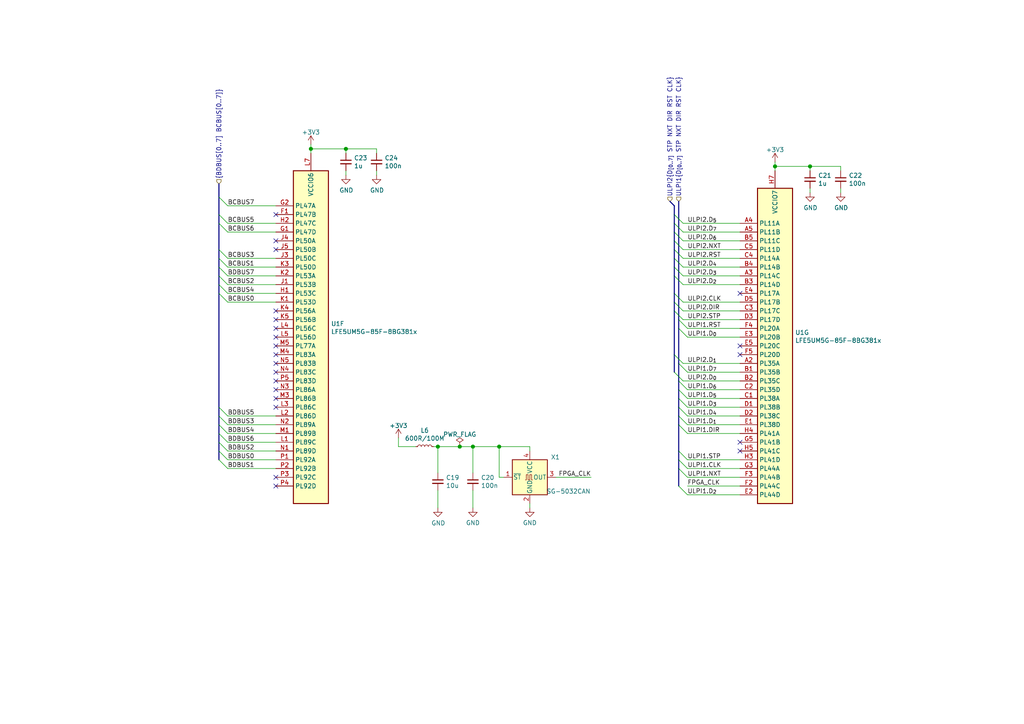
<source format=kicad_sch>
(kicad_sch (version 20211123) (generator eeschema)
  (paper "A4")
  (lib_symbols
    (symbol "Mainboard-rescue:C_Small-Device" (pin_numbers hide) (pin_names (offset 0.254) hide)
      (property "Reference" "C" (at 0.254 1.778 0))
      (property "Value" "C_Small-Device" (at 0.254 -2.032 0))
      (symbol "C_Small-Device_0_1"
        (polyline (pts (xy -1.524 -0.508) (xy 1.524 -0.508)) (stroke (width 0.3302)))
        (polyline (pts (xy -1.524 0.508) (xy 1.524 0.508)) (stroke (width 0.3048)))
      )
      (symbol "C_Small-Device_1_1"
        (pin passive line (at 0 2.54 270) (length 2.032) (name "~") (number "1"))
        (pin passive line (at 0 -2.54 90) (length 2.032) (name "~") (number "2"))
      )
    )
    (symbol "Mainboard-rescue:GND-power" (power) (pin_names (offset 0))
      (property "Value" "GND-power" (at 0 -3.81 0))
      (symbol "GND-power_0_1"
        (polyline (pts (xy 0 0) (xy 0 -1.27) (xy 1.27 -1.27) (xy 0 -2.54) (xy -1.27 -1.27) (xy 0 -1.27)))
      )
      (symbol "GND-power_1_1"
        (pin power_in line (at 0 0 270) (length 0) hide (name "GND") (number "1"))
      )
    )
    (symbol "Mainboard-rescue:LFE5UM5G-85F-8BG381x-FPGA_Lattice"
      (property "Reference" "U" (at 24.13 16.51 0))
      (property "Value" "LFE5UM5G-85F-8BG381x-FPGA_Lattice" (at 24.13 13.97 0))
      (symbol "LFE5UM5G-85F-8BG381x-FPGA_Lattice_1_1"
        (rectangle (start -25.4 10.16) (end 25.4 -10.16) (stroke (width 0.3048)) (fill (type background)))
        (pin passive line (at 0 -15.24 90) (length 5.08) hide (name "GND") (number "B14"))
        (pin passive line (at 0 -15.24 90) (length 5.08) hide (name "GND") (number "B7"))
        (pin power_in line (at 0 -15.24 90) (length 5.08) (name "GND") (number "C19"))
        (pin passive line (at 0 -15.24 90) (length 5.08) hide (name "GND") (number "D4"))
        (pin passive line (at 0 -15.24 90) (length 5.08) hide (name "GND") (number "F13"))
        (pin passive line (at 0 -15.24 90) (length 5.08) hide (name "GND") (number "F14"))
        (pin passive line (at 12.7 15.24 270) (length 5.08) hide (name "VCCAUX") (number "F15"))
        (pin passive line (at 12.7 15.24 270) (length 5.08) hide (name "VCCAUX") (number "F6"))
        (pin passive line (at 0 -15.24 90) (length 5.08) hide (name "GND") (number "F7"))
        (pin passive line (at 0 -15.24 90) (length 5.08) hide (name "GND") (number "F8"))
        (pin passive line (at 0 -15.24 90) (length 5.08) hide (name "GND") (number "G10"))
        (pin passive line (at 0 -15.24 90) (length 5.08) hide (name "GND") (number "G11"))
        (pin passive line (at 0 -15.24 90) (length 5.08) hide (name "GND") (number "G12"))
        (pin passive line (at 0 -15.24 90) (length 5.08) hide (name "GND") (number "G13"))
        (pin passive line (at 0 -15.24 90) (length 5.08) hide (name "GND") (number "G14"))
        (pin passive line (at 0 -15.24 90) (length 5.08) hide (name "GND") (number "G15"))
        (pin passive line (at 0 -15.24 90) (length 5.08) hide (name "GND") (number "G17"))
        (pin passive line (at 0 -15.24 90) (length 5.08) hide (name "GND") (number "G4"))
        (pin passive line (at 0 -15.24 90) (length 5.08) hide (name "GND") (number "G6"))
        (pin passive line (at 0 -15.24 90) (length 5.08) hide (name "GND") (number "G7"))
        (pin passive line (at 0 -15.24 90) (length 5.08) hide (name "GND") (number "G8"))
        (pin passive line (at 0 -15.24 90) (length 5.08) hide (name "GND") (number "G9"))
        (pin passive line (at 0 15.24 270) (length 5.08) hide (name "VCC") (number "H10"))
        (pin passive line (at 0 15.24 270) (length 5.08) hide (name "VCC") (number "H11"))
        (pin passive line (at 0 15.24 270) (length 5.08) hide (name "VCC") (number "H12"))
        (pin power_in line (at 0 15.24 270) (length 5.08) (name "VCC") (number "H13"))
        (pin passive line (at 0 -15.24 90) (length 5.08) hide (name "GND") (number "H19"))
        (pin passive line (at 0 15.24 270) (length 5.08) hide (name "VCC") (number "H8"))
        (pin passive line (at 0 15.24 270) (length 5.08) hide (name "VCC") (number "H9"))
        (pin passive line (at 0 -15.24 90) (length 5.08) hide (name "GND") (number "J10"))
        (pin passive line (at 0 -15.24 90) (length 5.08) hide (name "GND") (number "J11"))
        (pin passive line (at 0 -15.24 90) (length 5.08) hide (name "GND") (number "J12"))
        (pin passive line (at 0 15.24 270) (length 5.08) hide (name "VCC") (number "J13"))
        (pin passive line (at 0 -15.24 90) (length 5.08) hide (name "GND") (number "J14"))
        (pin passive line (at 0 -15.24 90) (length 5.08) hide (name "GND") (number "J2"))
        (pin passive line (at 0 -15.24 90) (length 5.08) hide (name "GND") (number "J7"))
        (pin passive line (at 0 15.24 270) (length 5.08) hide (name "VCC") (number "J8"))
        (pin passive line (at 0 -15.24 90) (length 5.08) hide (name "GND") (number "J9"))
        (pin passive line (at 0 -15.24 90) (length 5.08) hide (name "GND") (number "K10"))
        (pin passive line (at 0 -15.24 90) (length 5.08) hide (name "GND") (number "K11"))
        (pin passive line (at 0 -15.24 90) (length 5.08) hide (name "GND") (number "K12"))
        (pin passive line (at 0 15.24 270) (length 5.08) hide (name "VCC") (number "K13"))
        (pin passive line (at 0 -15.24 90) (length 5.08) hide (name "GND") (number "K14"))
        (pin passive line (at 0 -15.24 90) (length 5.08) hide (name "GND") (number "K15"))
        (pin passive line (at 0 -15.24 90) (length 5.08) hide (name "GND") (number "K6"))
        (pin passive line (at 0 -15.24 90) (length 5.08) hide (name "GND") (number "K7"))
        (pin passive line (at 0 15.24 270) (length 5.08) hide (name "VCC") (number "K8"))
        (pin passive line (at 0 -15.24 90) (length 5.08) hide (name "GND") (number "K9"))
        (pin passive line (at 0 -15.24 90) (length 5.08) hide (name "GND") (number "L10"))
        (pin passive line (at 0 -15.24 90) (length 5.08) hide (name "GND") (number "L11"))
        (pin passive line (at 0 -15.24 90) (length 5.08) hide (name "GND") (number "L12"))
        (pin passive line (at 0 15.24 270) (length 5.08) hide (name "VCC") (number "L13"))
        (pin passive line (at 0 15.24 270) (length 5.08) hide (name "VCC") (number "L8"))
        (pin passive line (at 0 -15.24 90) (length 5.08) hide (name "GND") (number "L9"))
        (pin passive line (at 0 -15.24 90) (length 5.08) hide (name "GND") (number "M10"))
        (pin passive line (at 0 -15.24 90) (length 5.08) hide (name "GND") (number "M11"))
        (pin passive line (at 0 -15.24 90) (length 5.08) hide (name "GND") (number "M12"))
        (pin passive line (at 0 15.24 270) (length 5.08) hide (name "VCC") (number "M13"))
        (pin passive line (at 0 -15.24 90) (length 5.08) hide (name "GND") (number "M14"))
        (pin passive line (at 0 -15.24 90) (length 5.08) hide (name "GND") (number "M16"))
        (pin passive line (at 0 -15.24 90) (length 5.08) hide (name "GND") (number "M2"))
        (pin passive line (at 0 -15.24 90) (length 5.08) hide (name "GND") (number "M7"))
        (pin passive line (at 0 15.24 270) (length 5.08) hide (name "VCC") (number "M8"))
        (pin passive line (at 0 -15.24 90) (length 5.08) hide (name "GND") (number "M9"))
        (pin passive line (at 0 15.24 270) (length 5.08) hide (name "VCC") (number "N10"))
        (pin passive line (at 0 15.24 270) (length 5.08) hide (name "VCC") (number "N11"))
        (pin passive line (at 0 15.24 270) (length 5.08) hide (name "VCC") (number "N12"))
        (pin passive line (at 0 15.24 270) (length 5.08) hide (name "VCC") (number "N13"))
        (pin passive line (at 0 -15.24 90) (length 5.08) hide (name "GND") (number "N14"))
        (pin passive line (at 0 -15.24 90) (length 5.08) hide (name "GND") (number "N15"))
        (pin passive line (at 0 -15.24 90) (length 5.08) hide (name "GND") (number "N6"))
        (pin passive line (at 0 -15.24 90) (length 5.08) hide (name "GND") (number "N7"))
        (pin passive line (at 0 15.24 270) (length 5.08) hide (name "VCC") (number "N8"))
        (pin passive line (at 0 15.24 270) (length 5.08) hide (name "VCC") (number "N9"))
        (pin passive line (at 0 -15.24 90) (length 5.08) hide (name "GND") (number "P11"))
        (pin passive line (at 0 -15.24 90) (length 5.08) hide (name "GND") (number "P12"))
        (pin passive line (at 0 -15.24 90) (length 5.08) hide (name "GND") (number "P13"))
        (pin passive line (at 0 -15.24 90) (length 5.08) hide (name "GND") (number "P14"))
        (pin power_in line (at 12.7 15.24 270) (length 5.08) (name "VCCAUX") (number "P15"))
        (pin passive line (at 12.7 15.24 270) (length 5.08) hide (name "VCCAUX") (number "P6"))
        (pin passive line (at 0 -15.24 90) (length 5.08) hide (name "GND") (number "P7"))
        (pin passive line (at 0 -15.24 90) (length 5.08) hide (name "GND") (number "P8"))
        (pin passive line (at 0 -15.24 90) (length 5.08) hide (name "GND") (number "R19"))
        (pin power_in line (at -15.24 15.24 270) (length 5.08) (name "VCCHTX1_D0CH1") (number "T10"))
        (pin power_in line (at -12.7 15.24 270) (length 5.08) (name "VCCHTX0_D1CH0") (number "T11"))
        (pin power_in line (at -10.16 15.24 270) (length 5.08) (name "VCCHRX0_D1CH0") (number "T12"))
        (pin power_in line (at -7.62 15.24 270) (length 5.08) (name "VCCHRX1_D1CH1") (number "T13"))
        (pin power_in line (at -5.08 15.24 270) (length 5.08) (name "VCCHTX1_D1CH1") (number "T14"))
        (pin power_in line (at 20.32 15.24 270) (length 5.08) (name "VCCA1") (number "T15"))
        (pin power_in line (at 17.78 15.24 270) (length 5.08) (name "VCCA0") (number "T6"))
        (pin power_in line (at -22.86 15.24 270) (length 5.08) (name "VCCHTX0_D0CH0") (number "T7"))
        (pin power_in line (at -20.32 15.24 270) (length 5.08) (name "VCCHRX0_D0CH0") (number "T8"))
        (pin power_in line (at -17.78 15.24 270) (length 5.08) (name "VCCHRX1_D0CH1") (number "T9"))
        (pin passive line (at 0 -15.24 90) (length 5.08) hide (name "GND") (number "U10"))
        (pin passive line (at 0 -15.24 90) (length 5.08) hide (name "GND") (number "U11"))
        (pin passive line (at 0 -15.24 90) (length 5.08) hide (name "GND") (number "U12"))
        (pin passive line (at 0 -15.24 90) (length 5.08) hide (name "GND") (number "U13"))
        (pin passive line (at 0 -15.24 90) (length 5.08) hide (name "GND") (number "U14"))
        (pin passive line (at 20.32 15.24 270) (length 5.08) hide (name "VCCA1") (number "U15"))
        (pin passive line (at 17.78 15.24 270) (length 5.08) hide (name "VCCA0") (number "U6"))
        (pin passive line (at 0 -15.24 90) (length 5.08) hide (name "GND") (number "U7"))
        (pin passive line (at 0 -15.24 90) (length 5.08) hide (name "GND") (number "U8"))
        (pin passive line (at 0 -15.24 90) (length 5.08) hide (name "GND") (number "U9"))
        (pin passive line (at 5.08 15.24 270) (length 5.08) hide (name "VCCAUXA0") (number "V10"))
        (pin power_in line (at 5.08 15.24 270) (length 5.08) (name "VCCAUXA0") (number "V11"))
        (pin passive line (at 0 -15.24 90) (length 5.08) hide (name "GND") (number "V12"))
        (pin passive line (at 0 -15.24 90) (length 5.08) hide (name "GND") (number "V13"))
        (pin passive line (at 0 -15.24 90) (length 5.08) hide (name "GND") (number "V14"))
        (pin passive line (at 0 -15.24 90) (length 5.08) hide (name "GND") (number "V15"))
        (pin passive line (at 0 -15.24 90) (length 5.08) hide (name "GND") (number "V16"))
        (pin passive line (at 7.62 15.24 270) (length 5.08) hide (name "VCCAUXA1") (number "V17"))
        (pin power_in line (at 7.62 15.24 270) (length 5.08) (name "VCCAUXA1") (number "V18"))
        (pin passive line (at 0 -15.24 90) (length 5.08) hide (name "GND") (number "V19"))
        (pin passive line (at 0 -15.24 90) (length 5.08) hide (name "GND") (number "V20"))
        (pin passive line (at 0 -15.24 90) (length 5.08) hide (name "GND") (number "V5"))
        (pin passive line (at 0 -15.24 90) (length 5.08) hide (name "GND") (number "V6"))
        (pin passive line (at 0 -15.24 90) (length 5.08) hide (name "GND") (number "V7"))
        (pin passive line (at 0 -15.24 90) (length 5.08) hide (name "GND") (number "V8"))
        (pin passive line (at 0 -15.24 90) (length 5.08) hide (name "GND") (number "V9"))
        (pin passive line (at 0 -15.24 90) (length 5.08) hide (name "GND") (number "W12"))
        (pin passive line (at 0 -15.24 90) (length 5.08) hide (name "GND") (number "W15"))
        (pin passive line (at 0 -15.24 90) (length 5.08) hide (name "GND") (number "W16"))
        (pin passive line (at 0 -15.24 90) (length 5.08) hide (name "GND") (number "W19"))
        (pin passive line (at 0 -15.24 90) (length 5.08) hide (name "GND") (number "W6"))
        (pin passive line (at 0 -15.24 90) (length 5.08) hide (name "GND") (number "W7"))
      )
      (symbol "LFE5UM5G-85F-8BG381x-FPGA_Lattice_2_1"
        (rectangle (start -5.08 40.64) (end 5.08 -40.64) (stroke (width 0.3048)) (fill (type background)))
        (pin bidirectional line (at -10.16 -27.94 0) (length 5.08) (name "PT63A") (number "A10"))
        (pin bidirectional line (at -10.16 -30.48 0) (length 5.08) (name "PT63B") (number "A11"))
        (pin bidirectional line (at -10.16 30.48 0) (length 5.08) (name "PT4A") (number "A6"))
        (pin bidirectional line (at -10.16 0 0) (length 5.08) (name "PT18A") (number "A7"))
        (pin bidirectional line (at -10.16 -2.54 0) (length 5.08) (name "PT18B") (number "A8"))
        (pin bidirectional line (at -10.16 -22.86 0) (length 5.08) (name "PT60A") (number "A9"))
        (pin bidirectional line (at -10.16 -25.4 0) (length 5.08) (name "PT60B") (number "B10"))
        (pin bidirectional line (at -10.16 -33.02 0) (length 5.08) (name "PT65A") (number "B11"))
        (pin bidirectional line (at -10.16 27.94 0) (length 5.08) (name "PT4B") (number "B6"))
        (pin bidirectional line (at -10.16 2.54 0) (length 5.08) (name "PT15B") (number "B8"))
        (pin bidirectional line (at -10.16 -17.78 0) (length 5.08) (name "PT58A") (number "B9"))
        (pin bidirectional line (at -10.16 -20.32 0) (length 5.08) (name "PT58B") (number "C10"))
        (pin bidirectional line (at -10.16 -35.56 0) (length 5.08) (name "PT65B") (number "C11"))
        (pin bidirectional line (at -10.16 15.24 0) (length 5.08) (name "PT11A") (number "C6"))
        (pin bidirectional line (at -10.16 12.7 0) (length 5.08) (name "PT11B") (number "C7"))
        (pin bidirectional line (at -10.16 5.08 0) (length 5.08) (name "PT15A") (number "C8"))
        (pin bidirectional line (at -10.16 -10.16 0) (length 5.08) (name "PT54A") (number "C9"))
        (pin bidirectional line (at -10.16 -12.7 0) (length 5.08) (name "PT56A") (number "D10"))
        (pin bidirectional line (at -10.16 22.86 0) (length 5.08) (name "PT6B") (number "D6"))
        (pin bidirectional line (at -10.16 17.78 0) (length 5.08) (name "PT9B") (number "D7"))
        (pin bidirectional line (at -10.16 7.62 0) (length 5.08) (name "PT13B") (number "D8"))
        (pin bidirectional line (at -10.16 -5.08 0) (length 5.08) (name "PT20A") (number "D9"))
        (pin bidirectional line (at -10.16 -15.24 0) (length 5.08) (name "PT56B") (number "E10"))
        (pin bidirectional line (at -10.16 25.4 0) (length 5.08) (name "PT6A") (number "E6"))
        (pin bidirectional line (at -10.16 20.32 0) (length 5.08) (name "PT9A") (number "E7"))
        (pin bidirectional line (at -10.16 10.16 0) (length 5.08) (name "PT13A") (number "E8"))
        (pin bidirectional line (at -10.16 -7.62 0) (length 5.08) (name "PT20B") (number "E9"))
        (pin power_in line (at 0 45.72 270) (length 5.08) (name "VCCIO0") (number "F10"))
        (pin passive line (at 0 45.72 270) (length 5.08) hide (name "VCCIO0") (number "F9"))
      )
      (symbol "LFE5UM5G-85F-8BG381x-FPGA_Lattice_3_1"
        (rectangle (start -5.08 48.26) (end 5.08 -48.26) (stroke (width 0.3048)) (fill (type background)))
        (pin bidirectional line (at -10.16 22.86 0) (length 5.08) (name "PT76A") (number "A12"))
        (pin bidirectional line (at -10.16 20.32 0) (length 5.08) (name "PT76B") (number "A13"))
        (pin bidirectional line (at -10.16 7.62 0) (length 5.08) (name "PT83A") (number "A14"))
        (pin bidirectional line (at -10.16 -2.54 0) (length 5.08) (name "PT103A") (number "A15"))
        (pin bidirectional line (at -10.16 -15.24 0) (length 5.08) (name "PT110A") (number "A16"))
        (pin bidirectional line (at -10.16 -30.48 0) (length 5.08) (name "PT116A") (number "A17"))
        (pin bidirectional line (at -10.16 -35.56 0) (length 5.08) (name "PT119A") (number "A18"))
        (pin bidirectional line (at -10.16 -40.64 0) (length 5.08) (name "PT121A") (number "A19"))
        (pin bidirectional line (at -10.16 33.02 0) (length 5.08) (name "PT71A") (number "B12"))
        (pin bidirectional line (at -10.16 17.78 0) (length 5.08) (name "PT78A") (number "B13"))
        (pin bidirectional line (at -10.16 -5.08 0) (length 5.08) (name "PT105A") (number "B15"))
        (pin bidirectional line (at -10.16 -17.78 0) (length 5.08) (name "PT110B") (number "B16"))
        (pin bidirectional line (at -10.16 -25.4 0) (length 5.08) (name "PT114A") (number "B17"))
        (pin bidirectional line (at -10.16 -33.02 0) (length 5.08) (name "PT116B") (number "B18"))
        (pin bidirectional line (at -10.16 -38.1 0) (length 5.08) (name "PT119B") (number "B19"))
        (pin bidirectional line (at -10.16 -43.18 0) (length 5.08) (name "PT121B") (number "B20"))
        (pin bidirectional line (at -10.16 30.48 0) (length 5.08) (name "PT71B") (number "C12"))
        (pin bidirectional line (at -10.16 15.24 0) (length 5.08) (name "PT78B") (number "C13"))
        (pin bidirectional line (at -10.16 5.08 0) (length 5.08) (name "PT83B") (number "C14"))
        (pin bidirectional line (at -10.16 -7.62 0) (length 5.08) (name "PT105B") (number "C15"))
        (pin bidirectional line (at -10.16 -20.32 0) (length 5.08) (name "PT112A") (number "C16"))
        (pin bidirectional line (at -10.16 -27.94 0) (length 5.08) (name "PT114B") (number "C17"))
        (pin bidirectional line (at -10.16 38.1 0) (length 5.08) (name "PT69A") (number "D11"))
        (pin bidirectional line (at -10.16 27.94 0) (length 5.08) (name "PT74A") (number "D12"))
        (pin bidirectional line (at -10.16 12.7 0) (length 5.08) (name "PT80A") (number "D13"))
        (pin bidirectional line (at -10.16 2.54 0) (length 5.08) (name "PT85A") (number "D14"))
        (pin bidirectional line (at -10.16 -10.16 0) (length 5.08) (name "PT107A") (number "D15"))
        (pin bidirectional line (at -10.16 -22.86 0) (length 5.08) (name "PT112B") (number "D16"))
        (pin bidirectional line (at -10.16 35.56 0) (length 5.08) (name "PT69B") (number "E11"))
        (pin bidirectional line (at -10.16 25.4 0) (length 5.08) (name "PT74B") (number "E12"))
        (pin bidirectional line (at -10.16 10.16 0) (length 5.08) (name "PT80B") (number "E13"))
        (pin bidirectional line (at -10.16 0 0) (length 5.08) (name "PT85B") (number "E14"))
        (pin bidirectional line (at -10.16 -12.7 0) (length 5.08) (name "PT107B") (number "E15"))
        (pin passive line (at 0 53.34 270) (length 5.08) hide (name "VCCIO1") (number "F11"))
        (pin power_in line (at 0 53.34 270) (length 5.08) (name "VCCIO1") (number "F12"))
      )
      (symbol "LFE5UM5G-85F-8BG381x-FPGA_Lattice_4_1"
        (rectangle (start -5.08 48.26) (end 5.08 -48.26) (stroke (width 0.3048)) (fill (type background)))
        (pin bidirectional line (at -10.16 38.1 0) (length 5.08) (name "PR11A") (number "C18"))
        (pin bidirectional line (at -10.16 -7.62 0) (length 5.08) (name "PR35A") (number "C20"))
        (pin bidirectional line (at -10.16 35.56 0) (length 5.08) (name "PR11B") (number "D17"))
        (pin bidirectional line (at -10.16 27.94 0) (length 5.08) (name "PR14A") (number "D18"))
        (pin bidirectional line (at -10.16 -10.16 0) (length 5.08) (name "PR35B") (number "D19"))
        (pin bidirectional line (at -10.16 -12.7 0) (length 5.08) (name "PR35C") (number "D20"))
        (pin bidirectional line (at -10.16 33.02 0) (length 5.08) (name "PR11C") (number "E16"))
        (pin bidirectional line (at -10.16 25.4 0) (length 5.08) (name "PR14B") (number "E17"))
        (pin bidirectional line (at -10.16 22.86 0) (length 5.08) (name "PR14C") (number "E18"))
        (pin bidirectional line (at -10.16 -15.24 0) (length 5.08) (name "PR35D") (number "E19"))
        (pin bidirectional line (at -10.16 -17.78 0) (length 5.08) (name "PR38A") (number "E20"))
        (pin bidirectional line (at -10.16 30.48 0) (length 5.08) (name "PR11D") (number "F16"))
        (pin bidirectional line (at -10.16 17.78 0) (length 5.08) (name "PR17A") (number "F17"))
        (pin bidirectional line (at -10.16 20.32 0) (length 5.08) (name "PR14D") (number "F18"))
        (pin bidirectional line (at -10.16 -20.32 0) (length 5.08) (name "PR38B") (number "F19"))
        (pin bidirectional line (at -10.16 -22.86 0) (length 5.08) (name "PR38C") (number "F20"))
        (pin bidirectional line (at -10.16 12.7 0) (length 5.08) (name "PR17C") (number "G16"))
        (pin bidirectional line (at -10.16 15.24 0) (length 5.08) (name "PR17B") (number "G18"))
        (pin bidirectional line (at -10.16 -27.94 0) (length 5.08) (name "PR41A") (number "G19"))
        (pin bidirectional line (at -10.16 -25.4 0) (length 5.08) (name "PR38D") (number "G20"))
        (pin passive line (at 0 53.34 270) (length 5.08) hide (name "VCCIO2") (number "H14"))
        (pin power_in line (at 0 53.34 270) (length 5.08) (name "VCCIO2") (number "H15"))
        (pin bidirectional line (at -10.16 10.16 0) (length 5.08) (name "PR17D") (number "H16"))
        (pin bidirectional line (at -10.16 5.08 0) (length 5.08) (name "PR20B") (number "H17"))
        (pin bidirectional line (at -10.16 7.62 0) (length 5.08) (name "PR20A") (number "H18"))
        (pin bidirectional line (at -10.16 -30.48 0) (length 5.08) (name "PR41B") (number "H20"))
        (pin passive line (at 0 53.34 270) (length 5.08) hide (name "VCCIO2") (number "J15"))
        (pin bidirectional line (at -10.16 0 0) (length 5.08) (name "PR20D") (number "J16"))
        (pin bidirectional line (at -10.16 2.54 0) (length 5.08) (name "PR20C") (number "J17"))
        (pin bidirectional line (at -10.16 -33.02 0) (length 5.08) (name "PR41C") (number "J18"))
        (pin bidirectional line (at -10.16 -38.1 0) (length 5.08) (name "PR44A") (number "J19"))
        (pin bidirectional line (at -10.16 -43.18 0) (length 5.08) (name "PR44C") (number "J20"))
        (pin bidirectional line (at -10.16 -2.54 0) (length 5.08) (name "PR29A") (number "K16"))
        (pin bidirectional line (at -10.16 -5.08 0) (length 5.08) (name "PR29B") (number "K17"))
        (pin bidirectional line (at -10.16 -35.56 0) (length 5.08) (name "PR41D") (number "K18"))
        (pin bidirectional line (at -10.16 -40.64 0) (length 5.08) (name "PR44B") (number "K19"))
        (pin bidirectional line (at -10.16 -45.72 0) (length 5.08) (name "PR44D") (number "K20"))
      )
      (symbol "LFE5UM5G-85F-8BG381x-FPGA_Lattice_5_1"
        (rectangle (start -5.08 48.26) (end 5.08 -48.26) (stroke (width 0.3048)) (fill (type background)))
        (pin passive line (at 0 53.34 270) (length 5.08) hide (name "VCCIO3") (number "L14"))
        (pin power_in line (at 0 53.34 270) (length 5.08) (name "VCCIO3") (number "L15"))
        (pin bidirectional line (at -10.16 27.94 0) (length 5.08) (name "PR50A") (number "L16"))
        (pin bidirectional line (at -10.16 25.4 0) (length 5.08) (name "PR50B") (number "L17"))
        (pin bidirectional line (at -10.16 22.86 0) (length 5.08) (name "PR50C") (number "L18"))
        (pin bidirectional line (at -10.16 33.02 0) (length 5.08) (name "PR47C") (number "L19"))
        (pin bidirectional line (at -10.16 38.1 0) (length 5.08) (name "PR47A") (number "L20"))
        (pin passive line (at 0 53.34 270) (length 5.08) hide (name "VCCIO3") (number "M15"))
        (pin bidirectional line (at -10.16 15.24 0) (length 5.08) (name "PR53B") (number "M17"))
        (pin bidirectional line (at -10.16 20.32 0) (length 5.08) (name "PR50D") (number "M18"))
        (pin bidirectional line (at -10.16 30.48 0) (length 5.08) (name "PR47D") (number "M19"))
        (pin bidirectional line (at -10.16 35.56 0) (length 5.08) (name "PR47B") (number "M20"))
        (pin bidirectional line (at -10.16 17.78 0) (length 5.08) (name "PR53A") (number "N16"))
        (pin bidirectional line (at -10.16 7.62 0) (length 5.08) (name "PR56A") (number "N17"))
        (pin bidirectional line (at -10.16 12.7 0) (length 5.08) (name "PR53C") (number "N18"))
        (pin bidirectional line (at -10.16 -5.08 0) (length 5.08) (name "PR83A") (number "N19"))
        (pin bidirectional line (at -10.16 -7.62 0) (length 5.08) (name "PR83B") (number "N20"))
        (pin bidirectional line (at -10.16 5.08 0) (length 5.08) (name "PR56B") (number "P16"))
        (pin bidirectional line (at -10.16 10.16 0) (length 5.08) (name "PR53D") (number "P17"))
        (pin bidirectional line (at -10.16 -12.7 0) (length 5.08) (name "PR83D") (number "P18"))
        (pin bidirectional line (at -10.16 -10.16 0) (length 5.08) (name "PR83C") (number "P19"))
        (pin bidirectional line (at -10.16 -15.24 0) (length 5.08) (name "PR86A") (number "P20"))
        (pin bidirectional line (at -10.16 2.54 0) (length 5.08) (name "PR56C") (number "R16"))
        (pin bidirectional line (at -10.16 0 0) (length 5.08) (name "PR56D") (number "R17"))
        (pin bidirectional line (at -10.16 -27.94 0) (length 5.08) (name "PR89B") (number "R18"))
        (pin bidirectional line (at -10.16 -17.78 0) (length 5.08) (name "PR86B") (number "R20"))
        (pin bidirectional line (at -10.16 -2.54 0) (length 5.08) (name "PR77A") (number "T16"))
        (pin bidirectional line (at -10.16 -43.18 0) (length 5.08) (name "PR92D") (number "T17"))
        (pin bidirectional line (at -10.16 -33.02 0) (length 5.08) (name "PR89D") (number "T18"))
        (pin bidirectional line (at -10.16 -25.4 0) (length 5.08) (name "PR89A") (number "T19"))
        (pin bidirectional line (at -10.16 -20.32 0) (length 5.08) (name "PR86C") (number "T20"))
        (pin bidirectional line (at -10.16 -40.64 0) (length 5.08) (name "PR92C") (number "U16"))
        (pin bidirectional line (at -10.16 -38.1 0) (length 5.08) (name "PR92B") (number "U17"))
        (pin bidirectional line (at -10.16 -35.56 0) (length 5.08) (name "PR92A") (number "U18"))
        (pin bidirectional line (at -10.16 -30.48 0) (length 5.08) (name "PR89C") (number "U19"))
        (pin bidirectional line (at -10.16 -22.86 0) (length 5.08) (name "PR86D") (number "U20"))
      )
      (symbol "LFE5UM5G-85F-8BG381x-FPGA_Lattice_6_1"
        (rectangle (start -5.08 48.26) (end 5.08 -48.26) (stroke (width 0.3048)) (fill (type background)))
        (pin bidirectional line (at -10.16 35.56 0) (length 5.08) (name "PL47B") (number "F1"))
        (pin bidirectional line (at -10.16 30.48 0) (length 5.08) (name "PL47D") (number "G1"))
        (pin bidirectional line (at -10.16 38.1 0) (length 5.08) (name "PL47A") (number "G2"))
        (pin bidirectional line (at -10.16 12.7 0) (length 5.08) (name "PL53C") (number "H1"))
        (pin bidirectional line (at -10.16 33.02 0) (length 5.08) (name "PL47C") (number "H2"))
        (pin bidirectional line (at -10.16 15.24 0) (length 5.08) (name "PL53B") (number "J1"))
        (pin bidirectional line (at -10.16 22.86 0) (length 5.08) (name "PL50C") (number "J3"))
        (pin bidirectional line (at -10.16 27.94 0) (length 5.08) (name "PL50A") (number "J4"))
        (pin bidirectional line (at -10.16 25.4 0) (length 5.08) (name "PL50B") (number "J5"))
        (pin bidirectional line (at -10.16 10.16 0) (length 5.08) (name "PL53D") (number "K1"))
        (pin bidirectional line (at -10.16 17.78 0) (length 5.08) (name "PL53A") (number "K2"))
        (pin bidirectional line (at -10.16 20.32 0) (length 5.08) (name "PL50D") (number "K3"))
        (pin bidirectional line (at -10.16 7.62 0) (length 5.08) (name "PL56A") (number "K4"))
        (pin bidirectional line (at -10.16 5.08 0) (length 5.08) (name "PL56B") (number "K5"))
        (pin bidirectional line (at -10.16 -30.48 0) (length 5.08) (name "PL89C") (number "L1"))
        (pin bidirectional line (at -10.16 -22.86 0) (length 5.08) (name "PL86D") (number "L2"))
        (pin bidirectional line (at -10.16 -20.32 0) (length 5.08) (name "PL86C") (number "L3"))
        (pin bidirectional line (at -10.16 2.54 0) (length 5.08) (name "PL56C") (number "L4"))
        (pin bidirectional line (at -10.16 0 0) (length 5.08) (name "PL56D") (number "L5"))
        (pin passive line (at 0 53.34 270) (length 5.08) hide (name "VCCIO6") (number "L6"))
        (pin power_in line (at 0 53.34 270) (length 5.08) (name "VCCIO6") (number "L7"))
        (pin bidirectional line (at -10.16 -27.94 0) (length 5.08) (name "PL89B") (number "M1"))
        (pin bidirectional line (at -10.16 -17.78 0) (length 5.08) (name "PL86B") (number "M3"))
        (pin bidirectional line (at -10.16 -5.08 0) (length 5.08) (name "PL83A") (number "M4"))
        (pin bidirectional line (at -10.16 -2.54 0) (length 5.08) (name "PL77A") (number "M5"))
        (pin passive line (at 0 53.34 270) (length 5.08) hide (name "VCCIO6") (number "M6"))
        (pin bidirectional line (at -10.16 -33.02 0) (length 5.08) (name "PL89D") (number "N1"))
        (pin bidirectional line (at -10.16 -25.4 0) (length 5.08) (name "PL89A") (number "N2"))
        (pin bidirectional line (at -10.16 -15.24 0) (length 5.08) (name "PL86A") (number "N3"))
        (pin bidirectional line (at -10.16 -10.16 0) (length 5.08) (name "PL83C") (number "N4"))
        (pin bidirectional line (at -10.16 -7.62 0) (length 5.08) (name "PL83B") (number "N5"))
        (pin bidirectional line (at -10.16 -35.56 0) (length 5.08) (name "PL92A") (number "P1"))
        (pin bidirectional line (at -10.16 -38.1 0) (length 5.08) (name "PL92B") (number "P2"))
        (pin bidirectional line (at -10.16 -40.64 0) (length 5.08) (name "PL92C") (number "P3"))
        (pin bidirectional line (at -10.16 -43.18 0) (length 5.08) (name "PL92D") (number "P4"))
        (pin bidirectional line (at -10.16 -12.7 0) (length 5.08) (name "PL83D") (number "P5"))
      )
      (symbol "LFE5UM5G-85F-8BG381x-FPGA_Lattice_7_1"
        (rectangle (start -5.08 45.72) (end 5.08 -45.72) (stroke (width 0.3048)) (fill (type background)))
        (pin bidirectional line (at -10.16 -5.08 0) (length 5.08) (name "PL35A") (number "A2"))
        (pin bidirectional line (at -10.16 20.32 0) (length 5.08) (name "PL14C") (number "A3"))
        (pin bidirectional line (at -10.16 35.56 0) (length 5.08) (name "PL11A") (number "A4"))
        (pin bidirectional line (at -10.16 33.02 0) (length 5.08) (name "PL11B") (number "A5"))
        (pin bidirectional line (at -10.16 -7.62 0) (length 5.08) (name "PL35B") (number "B1"))
        (pin bidirectional line (at -10.16 -10.16 0) (length 5.08) (name "PL35C") (number "B2"))
        (pin bidirectional line (at -10.16 17.78 0) (length 5.08) (name "PL14D") (number "B3"))
        (pin bidirectional line (at -10.16 22.86 0) (length 5.08) (name "PL14B") (number "B4"))
        (pin bidirectional line (at -10.16 30.48 0) (length 5.08) (name "PL11C") (number "B5"))
        (pin bidirectional line (at -10.16 -15.24 0) (length 5.08) (name "PL38A") (number "C1"))
        (pin bidirectional line (at -10.16 -12.7 0) (length 5.08) (name "PL35D") (number "C2"))
        (pin bidirectional line (at -10.16 10.16 0) (length 5.08) (name "PL17C") (number "C3"))
        (pin bidirectional line (at -10.16 25.4 0) (length 5.08) (name "PL14A") (number "C4"))
        (pin bidirectional line (at -10.16 27.94 0) (length 5.08) (name "PL11D") (number "C5"))
        (pin bidirectional line (at -10.16 -17.78 0) (length 5.08) (name "PL38B") (number "D1"))
        (pin bidirectional line (at -10.16 -20.32 0) (length 5.08) (name "PL38C") (number "D2"))
        (pin bidirectional line (at -10.16 7.62 0) (length 5.08) (name "PL17D") (number "D3"))
        (pin bidirectional line (at -10.16 12.7 0) (length 5.08) (name "PL17B") (number "D5"))
        (pin bidirectional line (at -10.16 -22.86 0) (length 5.08) (name "PL38D") (number "E1"))
        (pin bidirectional line (at -10.16 -43.18 0) (length 5.08) (name "PL44D") (number "E2"))
        (pin bidirectional line (at -10.16 2.54 0) (length 5.08) (name "PL20B") (number "E3"))
        (pin bidirectional line (at -10.16 15.24 0) (length 5.08) (name "PL17A") (number "E4"))
        (pin bidirectional line (at -10.16 0 0) (length 5.08) (name "PL20C") (number "E5"))
        (pin bidirectional line (at -10.16 -40.64 0) (length 5.08) (name "PL44C") (number "F2"))
        (pin bidirectional line (at -10.16 -38.1 0) (length 5.08) (name "PL44B") (number "F3"))
        (pin bidirectional line (at -10.16 5.08 0) (length 5.08) (name "PL20A") (number "F4"))
        (pin bidirectional line (at -10.16 -2.54 0) (length 5.08) (name "PL20D") (number "F5"))
        (pin bidirectional line (at -10.16 -35.56 0) (length 5.08) (name "PL44A") (number "G3"))
        (pin bidirectional line (at -10.16 -27.94 0) (length 5.08) (name "PL41B") (number "G5"))
        (pin bidirectional line (at -10.16 -33.02 0) (length 5.08) (name "PL41D") (number "H3"))
        (pin bidirectional line (at -10.16 -25.4 0) (length 5.08) (name "PL41A") (number "H4"))
        (pin bidirectional line (at -10.16 -30.48 0) (length 5.08) (name "PL41C") (number "H5"))
        (pin passive line (at 0 50.8 270) (length 5.08) hide (name "VCCIO7") (number "H6"))
        (pin power_in line (at 0 50.8 270) (length 5.08) (name "VCCIO7") (number "H7"))
        (pin passive line (at 0 50.8 270) (length 5.08) hide (name "VCCIO7") (number "J6"))
      )
      (symbol "LFE5UM5G-85F-8BG381x-FPGA_Lattice_8_1"
        (rectangle (start -5.08 22.86) (end 5.08 -22.86) (stroke (width 0.3048)) (fill (type background)))
        (pin power_in line (at 0 27.94 270) (length 5.08) (name "VCCIO8") (number "P10"))
        (pin passive line (at 0 27.94 270) (length 5.08) hide (name "VCCIO8") (number "P9"))
        (pin bidirectional line (at -10.16 12.7 0) (length 5.08) (name "PB4A") (number "R1"))
        (pin bidirectional line (at -10.16 -12.7 0) (length 5.08) (name "PB15A") (number "R2"))
        (pin bidirectional line (at -10.16 -15.24 0) (length 5.08) (name "PB15B") (number "R3"))
        (pin bidirectional line (at -10.16 10.16 0) (length 5.08) (name "PB4B") (number "T1"))
        (pin bidirectional line (at -10.16 -7.62 0) (length 5.08) (name "PB13A") (number "T2"))
        (pin bidirectional line (at -10.16 -17.78 0) (length 5.08) (name "PB18A") (number "T3"))
        (pin bidirectional line (at -10.16 7.62 0) (length 5.08) (name "PB6A") (number "U1"))
        (pin bidirectional line (at -10.16 -10.16 0) (length 5.08) (name "PB13B") (number "U2"))
        (pin bidirectional line (at -10.16 5.08 0) (length 5.08) (name "PB6B") (number "V1"))
        (pin bidirectional line (at -10.16 -2.54 0) (length 5.08) (name "PB11A") (number "V2"))
        (pin bidirectional line (at -10.16 2.54 0) (length 5.08) (name "PB9A") (number "W1"))
        (pin bidirectional line (at -10.16 -5.08 0) (length 5.08) (name "PB11B") (number "W2"))
        (pin bidirectional line (at -10.16 0 0) (length 5.08) (name "PB9B") (number "Y2"))
      )
      (symbol "LFE5UM5G-85F-8BG381x-FPGA_Lattice_9_1"
        (rectangle (start -10.16 12.7) (end 10.16 -12.7) (stroke (width 0.3048)) (fill (type background)))
        (pin input line (at -15.24 -10.16 0) (length 5.08) (name "CFG_2") (number "R4"))
        (pin input line (at 15.24 5.08 180) (length 5.08) (name "TDI") (number "R5"))
        (pin input line (at -15.24 -7.62 0) (length 5.08) (name "CFG_1") (number "T4"))
        (pin input line (at 15.24 7.62 180) (length 5.08) (name "TCK") (number "T5"))
        (pin bidirectional line (at -15.24 10.16 0) (length 5.08) (name "CCLK") (number "U3"))
        (pin input line (at -15.24 -5.08 0) (length 5.08) (name "CFG_0") (number "U4"))
        (pin input line (at 15.24 2.54 180) (length 5.08) (name "TMS") (number "U5"))
        (pin open_collector line (at -15.24 2.54 0) (length 5.08) (name "~{INIT}") (number "V3"))
        (pin output line (at 15.24 10.16 180) (length 5.08) (name "TDO") (number "V4"))
        (pin no_connect line (at 10.16 -2.54 180) (length 5.08) hide (name "RESERVED") (number "W10"))
        (pin no_connect line (at 10.16 -5.08 180) (length 5.08) hide (name "RESERVED") (number "W11"))
        (pin input line (at -15.24 5.08 0) (length 5.08) (name "~{PROGRAM}") (number "W3"))
        (pin open_collector line (at -15.24 0 0) (length 5.08) (name "DONE") (number "Y3"))
      )
      (symbol "LFE5UM5G-85F-8BG381x-FPGA_Lattice_10_1"
        (rectangle (start -10.16 17.78) (end 10.16 -17.78) (stroke (width 0.3048)) (fill (type background)))
        (pin output line (at -15.24 15.24 0) (length 5.08) (name "HDTXP0_D0CH0") (number "W4"))
        (pin output line (at -15.24 12.7 0) (length 5.08) (name "HDTXN0_D0CH0") (number "W5"))
        (pin output line (at -15.24 2.54 0) (length 5.08) (name "HDTXP0_D0CH1") (number "W8"))
        (pin output line (at -15.24 0 0) (length 5.08) (name "HDTXN0_D0CH1") (number "W9"))
        (pin input line (at -15.24 -10.16 0) (length 5.08) (name "REFCLKP_D0") (number "Y11"))
        (pin input line (at -15.24 -12.7 0) (length 5.08) (name "REFCLKN_D0") (number "Y12"))
        (pin input line (at -15.24 10.16 0) (length 5.08) (name "HDRXP0_D0CH0") (number "Y5"))
        (pin input line (at -15.24 7.62 0) (length 5.08) (name "HDRXN0_D0CH0") (number "Y6"))
        (pin input line (at -15.24 -2.54 0) (length 5.08) (name "HDRXP0_D0CH1") (number "Y7"))
        (pin input line (at -15.24 -5.08 0) (length 5.08) (name "HDRXN0_D0CH1") (number "Y8"))
      )
      (symbol "LFE5UM5G-85F-8BG381x-FPGA_Lattice_11_1"
        (rectangle (start -10.16 17.78) (end 10.16 -17.78) (stroke (width 0.3048)) (fill (type background)))
        (pin output line (at -15.24 15.24 0) (length 5.08) (name "HDTXP0_D1CH0") (number "W13"))
        (pin output line (at -15.24 12.7 0) (length 5.08) (name "HDTXN0_D1CH0") (number "W14"))
        (pin output line (at -15.24 2.54 0) (length 5.08) (name "HDTXP0_D1CH1") (number "W17"))
        (pin output line (at -15.24 0 0) (length 5.08) (name "HDTXN0_D1CH1") (number "W18"))
        (pin input line (at -15.24 -12.7 0) (length 5.08) (name "REFCLKN_D1") (number "W20"))
        (pin input line (at -15.24 10.16 0) (length 5.08) (name "HDRXP0_D1CH0") (number "Y14"))
        (pin input line (at -15.24 7.62 0) (length 5.08) (name "HDRXN0_D1CH0") (number "Y15"))
        (pin input line (at -15.24 -2.54 0) (length 5.08) (name "HDRXP0_D1CH1") (number "Y16"))
        (pin input line (at -15.24 -5.08 0) (length 5.08) (name "HDRXN0_D1CH1") (number "Y17"))
        (pin input line (at -15.24 -10.16 0) (length 5.08) (name "REFCLKP_D1") (number "Y19"))
      )
    )
    (symbol "Mainboard-rescue:L_Small-Device" (pin_numbers hide) (pin_names (offset 0.254) hide)
      (property "Reference" "L" (at 0.762 1.016 0))
      (property "Value" "L_Small-Device" (at 0.762 -1.016 0))
      (symbol "L_Small-Device_0_1"
        (arc (start 0 -2.032) (mid 0.508 -1.524) (end 0 -1.016))
        (arc (start 0 -1.016) (mid 0.508 -0.508) (end 0 0))
        (arc (start 0 0) (mid 0.508 0.508) (end 0 1.016))
        (arc (start 0 1.016) (mid 0.508 1.524) (end 0 2.032))
      )
      (symbol "L_Small-Device_1_1"
        (pin passive line (at 0 2.54 270) (length 0.508) (name "~") (number "1"))
        (pin passive line (at 0 -2.54 90) (length 0.508) (name "~") (number "2"))
      )
    )
    (symbol "Oscillator:SG-5032CAN" (pin_names (offset 0.254))
      (property "Reference" "X" (at -5.08 6.35 0))
      (property "Value" "SG-5032CAN" (at 1.27 -6.35 0))
      (symbol "SG-5032CAN_0_1"
        (rectangle (start -5.08 5.08) (end 5.08 -5.08) (stroke (width 0.254)) (fill (type background)))
        (polyline (pts (xy -1.27 -0.762) (xy -1.016 -0.762) (xy -1.016 0.762) (xy -0.508 0.762) (xy -0.508 -0.762) (xy 0 -0.762) (xy 0 0.762) (xy 0.508 0.762) (xy 0.508 -0.762) (xy 0.762 -0.762)))
      )
      (symbol "SG-5032CAN_1_1"
        (pin input line (at -7.62 0 0) (length 2.54) (name "~{ST}") (number "1"))
        (pin power_in line (at 0 -7.62 90) (length 2.54) (name "GND") (number "2"))
        (pin output line (at 7.62 0 180) (length 2.54) (name "OUT") (number "3"))
        (pin power_in line (at 0 7.62 270) (length 2.54) (name "VCC") (number "4"))
      )
    )
    (symbol "power:+3V3" (power) (pin_names (offset 0))
      (property "Value" "+3V3" (at 0 3.556 0))
      (symbol "+3V3_0_1"
        (polyline (pts (xy -0.762 1.27) (xy 0 2.54)))
        (polyline (pts (xy 0 0) (xy 0 2.54)))
        (polyline (pts (xy 0 2.54) (xy 0.762 1.27)))
      )
      (symbol "+3V3_1_1"
        (pin power_in line (at 0 0 90) (length 0) hide (name "+3V3") (number "1"))
      )
    )
    (symbol "power:GND" (power) (pin_names (offset 0))
      (property "Value" "GND" (at 0 -3.81 0))
      (symbol "GND_0_1"
        (polyline (pts (xy 0 0) (xy 0 -1.27) (xy 1.27 -1.27) (xy 0 -2.54) (xy -1.27 -1.27) (xy 0 -1.27)))
      )
      (symbol "GND_1_1"
        (pin power_in line (at 0 0 270) (length 0) hide (name "GND") (number "1"))
      )
    )
    (symbol "power:PWR_FLAG" (power) (pin_numbers hide) (pin_names (offset 0) hide)
      (property "Value" "PWR_FLAG" (at 0 3.81 0))
      (symbol "PWR_FLAG_0_0"
        (pin power_out line (at 0 0 90) (length 0) (name "pwr") (number "1"))
      )
      (symbol "PWR_FLAG_0_1"
        (polyline (pts (xy 0 0) (xy 0 1.27) (xy -1.016 1.905) (xy 0 2.54) (xy 1.016 1.905) (xy 0 1.27)))
      )
    )
  )
  (junction (at 90.17 43.18) (diameter 1.016))
  (junction (at 224.79 48.26) (diameter 1.016))
  (junction (at 137.16 129.54) (diameter 1.016))
  (junction (at 127 129.54) (diameter 1.016))
  (junction (at 133.35 129.54) (diameter 1.016))
  (junction (at 234.95 48.26) (diameter 1.016))
  (junction (at 100.33 43.18) (diameter 1.016))
  (junction (at 144.78 129.54) (diameter 1.016))
  (no_connect (at 80.01 62.23))
  (no_connect (at 80.01 69.85))
  (no_connect (at 80.01 72.39))
  (no_connect (at 80.01 90.17))
  (no_connect (at 80.01 92.71))
  (no_connect (at 80.01 95.25))
  (no_connect (at 80.01 97.79))
  (no_connect (at 80.01 100.33))
  (no_connect (at 80.01 102.87))
  (no_connect (at 80.01 105.41))
  (no_connect (at 80.01 107.95))
  (no_connect (at 80.01 110.49))
  (no_connect (at 80.01 113.03))
  (no_connect (at 80.01 115.57))
  (no_connect (at 80.01 118.11))
  (no_connect (at 80.01 138.43))
  (no_connect (at 80.01 140.97))
  (no_connect (at 214.63 85.09))
  (no_connect (at 214.63 100.33))
  (no_connect (at 214.63 102.87))
  (no_connect (at 214.63 128.27))
  (no_connect (at 214.63 130.81))
  (bus_entry (at 63.5 57.15) (size 2.54 2.54) (stroke (width 0.1524)))
  (bus_entry (at 196.85 120.65) (size 2.54 2.54) (stroke (width 0.1524)))
  (bus_entry (at 63.5 120.65) (size 2.54 2.54) (stroke (width 0.1524)))
  (bus_entry (at 198.12 110.49) (size -2.54 -2.54) (stroke (width 0.1524)))
  (bus_entry (at 196.85 133.35) (size 2.54 2.54) (stroke (width 0.1524)))
  (bus_entry (at 196.85 123.19) (size 2.54 2.54) (stroke (width 0.1524)))
  (bus_entry (at 195.58 102.87) (size 2.54 2.54) (stroke (width 0.1524)))
  (bus_entry (at 195.58 87.63) (size 2.54 2.54) (stroke (width 0.1524)))
  (bus_entry (at 195.58 74.93) (size 2.54 2.54) (stroke (width 0.1524)))
  (bus_entry (at 195.58 85.09) (size 2.54 2.54) (stroke (width 0.1524)))
  (bus_entry (at 196.85 130.81) (size 2.54 2.54) (stroke (width 0.1524)))
  (bus_entry (at 63.5 82.55) (size 2.54 2.54) (stroke (width 0.1524)))
  (bus_entry (at 63.5 64.77) (size 2.54 2.54) (stroke (width 0.1524)))
  (bus_entry (at 63.5 85.09) (size 2.54 2.54) (stroke (width 0.1524)))
  (bus_entry (at 63.5 74.93) (size 2.54 2.54) (stroke (width 0.1524)))
  (bus_entry (at 63.5 133.35) (size 2.54 2.54) (stroke (width 0.1524)))
  (bus_entry (at 195.58 64.77) (size 2.54 2.54) (stroke (width 0.1524)))
  (bus_entry (at 63.5 130.81) (size 2.54 2.54) (stroke (width 0.1524)))
  (bus_entry (at 63.5 80.01) (size 2.54 2.54) (stroke (width 0.1524)))
  (bus_entry (at 196.85 118.11) (size 2.54 2.54) (stroke (width 0.1524)))
  (bus_entry (at 196.85 105.41) (size 2.54 2.54) (stroke (width 0.1524)))
  (bus_entry (at 196.85 92.71) (size 2.54 2.54) (stroke (width 0.1524)))
  (bus_entry (at 196.85 140.97) (size 2.54 2.54) (stroke (width 0.1524)))
  (bus_entry (at 195.58 77.47) (size 2.54 2.54) (stroke (width 0.1524)))
  (bus_entry (at 63.5 125.73) (size 2.54 2.54) (stroke (width 0.1524)))
  (bus_entry (at 195.58 80.01) (size 2.54 2.54) (stroke (width 0.1524)))
  (bus_entry (at 196.85 113.03) (size 2.54 2.54) (stroke (width 0.1524)))
  (bus_entry (at 196.85 135.89) (size 2.54 2.54) (stroke (width 0.1524)))
  (bus_entry (at 196.85 115.57) (size 2.54 2.54) (stroke (width 0.1524)))
  (bus_entry (at 195.58 90.17) (size 2.54 2.54) (stroke (width 0.1524)))
  (bus_entry (at 63.5 118.11) (size 2.54 2.54) (stroke (width 0.1524)))
  (bus_entry (at 195.58 69.85) (size 2.54 2.54) (stroke (width 0.1524)))
  (bus_entry (at 63.5 72.39) (size 2.54 2.54) (stroke (width 0.1524)))
  (bus_entry (at 63.5 77.47) (size 2.54 2.54) (stroke (width 0.1524)))
  (bus_entry (at 195.58 72.39) (size 2.54 2.54) (stroke (width 0.1524)))
  (bus_entry (at 196.85 95.25) (size 2.54 2.54) (stroke (width 0.1524)))
  (bus_entry (at 63.5 128.27) (size 2.54 2.54) (stroke (width 0.1524)))
  (bus_entry (at 195.58 67.31) (size 2.54 2.54) (stroke (width 0.1524)))
  (bus_entry (at 196.85 110.49) (size 2.54 2.54) (stroke (width 0.1524)))
  (bus_entry (at 195.58 62.23) (size 2.54 2.54) (stroke (width 0.1524)))
  (bus_entry (at 63.5 123.19) (size 2.54 2.54) (stroke (width 0.1524)))
  (bus_entry (at 63.5 62.23) (size 2.54 2.54) (stroke (width 0.1524)))
  (bus (pts (xy 63.5 64.77) (xy 63.5 72.39)))
  (bus (pts (xy 196.85 123.19) (xy 196.85 130.81)))
  (bus (pts (xy 195.58 72.39) (xy 195.58 74.93)))
  (wire (pts (xy 66.04 64.77) (xy 80.01 64.77)))
  (wire (pts (xy 243.84 55.88) (xy 243.84 54.61)))
  (wire (pts (xy 137.16 142.24) (xy 137.16 147.32)))
  (wire (pts (xy 199.39 123.19) (xy 214.63 123.19)))
  (wire (pts (xy 115.57 129.54) (xy 115.57 127)))
  (wire (pts (xy 100.33 43.18) (xy 100.33 44.45)))
  (bus (pts (xy 195.58 80.01) (xy 195.58 85.09)))
  (bus (pts (xy 195.58 64.77) (xy 195.58 67.31)))
  (bus (pts (xy 196.85 58.42) (xy 196.85 92.71)))
  (bus (pts (xy 195.58 74.93) (xy 195.58 77.47)))
  (bus (pts (xy 194.31 58.42) (xy 195.58 59.69)))
  (wire (pts (xy 66.04 87.63) (xy 80.01 87.63)))
  (wire (pts (xy 199.39 115.57) (xy 214.63 115.57)))
  (wire (pts (xy 144.78 129.54) (xy 153.67 129.54)))
  (wire (pts (xy 90.17 41.91) (xy 90.17 43.18)))
  (wire (pts (xy 90.17 43.18) (xy 90.17 44.45)))
  (wire (pts (xy 198.12 64.77) (xy 214.63 64.77)))
  (bus (pts (xy 63.5 82.55) (xy 63.5 85.09)))
  (wire (pts (xy 234.95 48.26) (xy 243.84 48.26)))
  (wire (pts (xy 243.84 48.26) (xy 243.84 49.53)))
  (wire (pts (xy 66.04 59.69) (xy 80.01 59.69)))
  (wire (pts (xy 66.04 74.93) (xy 80.01 74.93)))
  (wire (pts (xy 66.04 67.31) (xy 80.01 67.31)))
  (bus (pts (xy 196.85 120.65) (xy 196.85 123.19)))
  (wire (pts (xy 66.04 123.19) (xy 80.01 123.19)))
  (wire (pts (xy 199.39 133.35) (xy 214.63 133.35)))
  (wire (pts (xy 109.22 43.18) (xy 109.22 44.45)))
  (wire (pts (xy 198.12 92.71) (xy 214.63 92.71)))
  (wire (pts (xy 109.22 50.8) (xy 109.22 49.53)))
  (wire (pts (xy 199.39 125.73) (xy 214.63 125.73)))
  (bus (pts (xy 196.85 118.11) (xy 196.85 120.65)))
  (bus (pts (xy 63.5 80.01) (xy 63.5 82.55)))
  (wire (pts (xy 199.39 95.25) (xy 214.63 95.25)))
  (bus (pts (xy 195.58 102.87) (xy 195.58 107.95)))
  (wire (pts (xy 234.95 54.61) (xy 234.95 55.88)))
  (bus (pts (xy 63.5 62.23) (xy 63.5 64.77)))
  (bus (pts (xy 195.58 77.47) (xy 195.58 80.01)))
  (wire (pts (xy 199.39 120.65) (xy 214.63 120.65)))
  (wire (pts (xy 146.05 138.43) (xy 144.78 138.43)))
  (wire (pts (xy 198.12 105.41) (xy 214.63 105.41)))
  (bus (pts (xy 63.5 123.19) (xy 63.5 125.73)))
  (bus (pts (xy 63.5 85.09) (xy 63.5 118.11)))
  (wire (pts (xy 144.78 138.43) (xy 144.78 129.54)))
  (wire (pts (xy 66.04 125.73) (xy 80.01 125.73)))
  (wire (pts (xy 66.04 128.27) (xy 80.01 128.27)))
  (wire (pts (xy 199.39 107.95) (xy 214.63 107.95)))
  (bus (pts (xy 63.5 128.27) (xy 63.5 130.81)))
  (wire (pts (xy 125.73 129.54) (xy 127 129.54)))
  (wire (pts (xy 100.33 49.53) (xy 100.33 50.8)))
  (wire (pts (xy 198.12 69.85) (xy 214.63 69.85)))
  (wire (pts (xy 199.39 97.79) (xy 214.63 97.79)))
  (bus (pts (xy 196.85 92.71) (xy 196.85 95.25)))
  (wire (pts (xy 199.39 135.89) (xy 214.63 135.89)))
  (wire (pts (xy 199.39 140.97) (xy 214.63 140.97)))
  (wire (pts (xy 66.04 85.09) (xy 80.01 85.09)))
  (bus (pts (xy 195.58 59.69) (xy 195.58 62.23)))
  (bus (pts (xy 196.85 95.25) (xy 196.85 105.41)))
  (wire (pts (xy 66.04 82.55) (xy 80.01 82.55)))
  (wire (pts (xy 66.04 77.47) (xy 80.01 77.47)))
  (wire (pts (xy 161.29 138.43) (xy 171.45 138.43)))
  (bus (pts (xy 63.5 57.15) (xy 63.5 62.23)))
  (bus (pts (xy 195.58 62.23) (xy 195.58 64.77)))
  (wire (pts (xy 199.39 143.51) (xy 214.63 143.51)))
  (bus (pts (xy 63.5 72.39) (xy 63.5 74.93)))
  (wire (pts (xy 127 129.54) (xy 127 137.16)))
  (wire (pts (xy 115.57 129.54) (xy 120.65 129.54)))
  (bus (pts (xy 196.85 130.81) (xy 196.85 133.35)))
  (bus (pts (xy 196.85 110.49) (xy 196.85 113.03)))
  (wire (pts (xy 198.12 80.01) (xy 214.63 80.01)))
  (wire (pts (xy 66.04 120.65) (xy 80.01 120.65)))
  (wire (pts (xy 153.67 129.54) (xy 153.67 130.81)))
  (wire (pts (xy 198.12 77.47) (xy 214.63 77.47)))
  (wire (pts (xy 224.79 48.26) (xy 234.95 48.26)))
  (wire (pts (xy 234.95 48.26) (xy 234.95 49.53)))
  (wire (pts (xy 100.33 43.18) (xy 109.22 43.18)))
  (wire (pts (xy 127 147.32) (xy 127 142.24)))
  (bus (pts (xy 195.58 69.85) (xy 195.58 72.39)))
  (bus (pts (xy 196.85 133.35) (xy 196.85 135.89)))
  (bus (pts (xy 195.58 67.31) (xy 195.58 69.85)))
  (wire (pts (xy 199.39 113.03) (xy 214.63 113.03)))
  (wire (pts (xy 198.12 110.49) (xy 214.63 110.49)))
  (bus (pts (xy 195.58 85.09) (xy 195.58 87.63)))
  (wire (pts (xy 66.04 130.81) (xy 80.01 130.81)))
  (wire (pts (xy 153.67 146.05) (xy 153.67 147.32)))
  (wire (pts (xy 198.12 74.93) (xy 214.63 74.93)))
  (bus (pts (xy 195.58 87.63) (xy 195.58 90.17)))
  (bus (pts (xy 63.5 125.73) (xy 63.5 128.27)))
  (bus (pts (xy 196.85 115.57) (xy 196.85 118.11)))
  (wire (pts (xy 137.16 129.54) (xy 144.78 129.54)))
  (wire (pts (xy 199.39 118.11) (xy 214.63 118.11)))
  (bus (pts (xy 195.58 90.17) (xy 195.58 102.87)))
  (bus (pts (xy 63.5 74.93) (xy 63.5 77.47)))
  (bus (pts (xy 63.5 130.81) (xy 63.5 133.35)))
  (bus (pts (xy 196.85 135.89) (xy 196.85 140.97)))
  (wire (pts (xy 137.16 137.16) (xy 137.16 129.54)))
  (wire (pts (xy 198.12 82.55) (xy 214.63 82.55)))
  (bus (pts (xy 63.5 53.34) (xy 63.5 57.15)))
  (wire (pts (xy 199.39 138.43) (xy 214.63 138.43)))
  (wire (pts (xy 66.04 80.01) (xy 80.01 80.01)))
  (wire (pts (xy 66.04 133.35) (xy 80.01 133.35)))
  (wire (pts (xy 90.17 43.18) (xy 100.33 43.18)))
  (bus (pts (xy 196.85 113.03) (xy 196.85 115.57)))
  (wire (pts (xy 198.12 67.31) (xy 214.63 67.31)))
  (wire (pts (xy 198.12 90.17) (xy 214.63 90.17)))
  (wire (pts (xy 127 129.54) (xy 133.35 129.54)))
  (wire (pts (xy 133.35 129.54) (xy 137.16 129.54)))
  (wire (pts (xy 198.12 87.63) (xy 214.63 87.63)))
  (wire (pts (xy 224.79 46.99) (xy 224.79 48.26)))
  (wire (pts (xy 224.79 48.26) (xy 224.79 49.53)))
  (bus (pts (xy 63.5 77.47) (xy 63.5 80.01)))
  (bus (pts (xy 63.5 120.65) (xy 63.5 123.19)))
  (bus (pts (xy 196.85 105.41) (xy 196.85 110.49)))
  (wire (pts (xy 198.12 72.39) (xy 214.63 72.39)))
  (wire (pts (xy 66.04 135.89) (xy 80.01 135.89)))
  (bus (pts (xy 63.5 118.11) (xy 63.5 120.65)))
  (label "ULPI2.D_{6}" (at 199.39 69.85 0))
  (label "BDBUS4" (at 66.04 125.73 0))
  (label "BCBUS2" (at 66.04 82.55 0))
  (label "ULPI1.NXT" (at 199.39 138.43 0))
  (label "ULPI1.STP" (at 199.39 133.35 0))
  (label "BCBUS6" (at 66.04 67.31 0))
  (label "ULPI1.D_{1}" (at 199.39 123.19 0))
  (label "ULPI1.CLK" (at 199.39 135.89 0))
  (label "BCBUS4" (at 66.04 85.09 0))
  (label "BDBUS7" (at 66.04 80.01 0))
  (label "ULPI2.NXT" (at 199.39 72.39 0))
  (label "BDBUS2" (at 66.04 130.81 0))
  (label "BCBUS5" (at 66.04 64.77 0))
  (label "BCBUS7" (at 66.04 59.69 0))
  (label "ULPI1.D_{7}" (at 199.39 107.95 0))
  (label "BDBUS6" (at 66.04 128.27 0))
  (label "BDBUS0" (at 66.04 133.35 0))
  (label "ULPI2.D_{2}" (at 199.39 82.55 0))
  (label "BCBUS1" (at 66.04 77.47 0))
  (label "ULPI1.D_{5}" (at 199.39 115.57 0))
  (label "ULPI1.D_{2}" (at 199.39 143.51 0))
  (label "ULPI2.D_{0}" (at 199.39 110.49 0))
  (label "ULPI1.D_{4}" (at 199.39 120.65 0))
  (label "ULPI1.D_{3}" (at 199.39 118.11 0))
  (label "ULPI1.D_{0}" (at 199.39 97.79 0))
  (label "BDBUS5" (at 66.04 120.65 0))
  (label "ULPI2.D_{4}" (at 199.39 77.47 0))
  (label "ULPI2.CLK" (at 199.39 87.63 0))
  (label "ULPI2.RST" (at 199.39 74.93 0))
  (label "FPGA_CLK" (at 199.39 140.97 0))
  (label "BCBUS3" (at 66.04 74.93 0))
  (label "ULPI1.RST" (at 199.39 95.25 0))
  (label "BCBUS0" (at 66.04 87.63 0))
  (label "BDBUS1" (at 66.04 135.89 0))
  (label "ULPI2.DIR" (at 199.39 90.17 0))
  (label "BDBUS3" (at 66.04 123.19 0))
  (label "ULPI2.STP" (at 199.39 92.71 0))
  (label "FPGA_CLK" (at 171.45 138.43 180))
  (label "ULPI2.D_{7}" (at 199.39 67.31 0))
  (label "ULPI2.D_{1}" (at 199.39 105.41 0))
  (label "ULPI1.D_{6}" (at 199.39 113.03 0))
  (label "ULPI1.DIR" (at 199.39 125.73 0))
  (label "ULPI2.D_{5}" (at 199.39 64.77 0))
  (label "ULPI2.D_{3}" (at 199.39 80.01 0))
  (hierarchical_label "{BDBUS[0..7] BCBUS[0..7]}" (shape input) (at 63.5 53.34 90))
  (hierarchical_label "ULPI2{D_{[0..7]} STP NXT DIR RST CLK}" (shape input) (at 194.31 58.42 90))
  (hierarchical_label "ULPI1{D_{[0..7]} STP NXT DIR RST CLK}" (shape input) (at 196.85 58.42 90))
  (symbol (lib_id "Mainboard-rescue:C_Small-Device") (at 100.33 46.99 0) (unit 1)
    (property "Reference" "C23" (at 102.6668 45.8216 0) (effects (justify left)))
    (property "Value" "1u" (at 102.6668 48.133 0) (effects (justify left)))
    (property "Footprint" "Capacitor_SMD:C_0402_1005Metric" (effects hide))
    (property "LCSC" "C52923" (effects hide))
  )
  (symbol (lib_id "Mainboard-rescue:L_Small-Device") (at 123.19 129.54 90) (unit 1)
    (property "Reference" "L6" (at 123.19 124.841 90))
    (property "Value" "600R/100M" (at 123.19 127.1524 90))
    (property "Footprint" "Inductor_SMD:L_0805_2012Metric" (effects hide))
    (property "LCSC" "C1017" (effects hide))
  )
  (symbol (lib_id "power:PWR_FLAG") (at 133.35 129.54 0) (unit 1)
    (property "Reference" "#FLG0112" (effects hide))
    (property "Value" "PWR_FLAG" (at 133.35 125.9926 0))
  )
  (symbol (lib_id "Mainboard-rescue:GND-power") (at 234.95 55.88 0) (unit 1)
    (property "Reference" "#PWR0259" (effects hide))
    (property "Value" "GND" (at 235.077 60.2742 0))
  )
  (symbol (lib_id "power:+3V3") (at 90.17 41.91 0) (unit 1)
    (property "Reference" "#PWR0251" (effects hide))
    (property "Value" "+3V3" (at 90.17 38.3626 0))
  )
  (symbol (lib_id "Mainboard-rescue:C_Small-Device") (at 243.84 52.07 0) (unit 1)
    (property "Reference" "C22" (at 246.1768 50.9016 0) (effects (justify left)))
    (property "Value" "100n" (at 246.1768 53.213 0) (effects (justify left)))
    (property "Footprint" "Capacitor_SMD:C_0402_1005Metric" (effects hide))
    (property "LCSC" "C1525" (effects hide))
  )
  (symbol (lib_id "Mainboard-rescue:C_Small-Device") (at 109.22 46.99 0) (unit 1)
    (property "Reference" "C24" (at 111.5568 45.8216 0) (effects (justify left)))
    (property "Value" "100n" (at 111.5568 48.133 0) (effects (justify left)))
    (property "Footprint" "Capacitor_SMD:C_0402_1005Metric" (effects hide))
    (property "LCSC" "C1525" (effects hide))
  )
  (symbol (lib_id "Mainboard-rescue:LFE5UM5G-85F-8BG381x-FPGA_Lattice") (at 90.17 97.79 0) (unit 6)
    (property "Reference" "U1" (at 96.012 93.9038 0) (effects (justify left)))
    (property "Value" "LFE5UM5G-85F-8BG381x" (at 96.012 96.2152 0) (effects (justify left)))
    (property "Footprint" "Package_BGA:Lattice_caBGA-381_17.0x17.0mm_Layout20x20_P0.8mm_Ball0.4mm_Pad0.4mm_NSMD" (effects hide))
    (property "Datasheet" "https://www.latticesemi.com/view_document?document_id=50461" (effects hide))
  )
  (symbol (lib_id "power:+3V3") (at 115.57 127 0) (unit 1)
    (property "Reference" "#PWR0157" (effects hide))
    (property "Value" "+3V3" (at 115.57 123.4526 0))
  )
  (symbol (lib_id "Mainboard-rescue:C_Small-Device") (at 127 139.7 0) (unit 1)
    (property "Reference" "C19" (at 129.3368 138.5316 0) (effects (justify left)))
    (property "Value" "10u" (at 129.3368 140.843 0) (effects (justify left)))
    (property "Footprint" "Capacitor_SMD:C_0805_2012Metric" (effects hide))
    (property "LCSC" "C15850" (effects hide))
  )
  (symbol (lib_id "Mainboard-rescue:C_Small-Device") (at 234.95 52.07 0) (unit 1)
    (property "Reference" "C21" (at 237.2868 50.9016 0) (effects (justify left)))
    (property "Value" "1u" (at 237.2868 53.213 0) (effects (justify left)))
    (property "Footprint" "Capacitor_SMD:C_0402_1005Metric" (effects hide))
    (property "LCSC" "C52923" (effects hide))
  )
  (symbol (lib_id "power:GND") (at 153.67 147.32 0) (unit 1)
    (property "Reference" "#PWR0256" (effects hide))
    (property "Value" "GND" (at 153.67 151.6444 0))
  )
  (symbol (lib_id "power:GND") (at 137.16 147.32 0) (unit 1)
    (property "Reference" "#PWR0255" (effects hide))
    (property "Value" "GND" (at 137.16 151.6444 0))
  )
  (symbol (lib_id "Mainboard-rescue:GND-power") (at 109.22 50.8 0) (unit 1)
    (property "Reference" "#PWR0257" (effects hide))
    (property "Value" "GND" (at 109.347 55.1942 0))
  )
  (symbol (lib_id "Oscillator:SG-5032CAN") (at 153.67 138.43 0) (unit 1)
    (property "Reference" "X1" (at 159.7661 132.5891 0) (effects (justify left)))
    (property "Value" "SG-5032CAN" (at 158.4961 142.5078 0) (effects (justify left)))
    (property "Footprint" "Oscillator:Oscillator_SMD_SeikoEpson_SG8002LB-4Pin_5.0x3.2mm" (effects hide))
    (property "Datasheet" "https://support.epson.biz/td/api/doc_check.php?dl=brief_SG5032CAN&lang=en" (effects hide))
    (property "LCSC" "C37076" (effects hide))
  )
  (symbol (lib_id "Mainboard-rescue:GND-power") (at 243.84 55.88 0) (unit 1)
    (property "Reference" "#PWR0258" (effects hide))
    (property "Value" "GND" (at 243.967 60.2742 0))
  )
  (symbol (lib_id "Mainboard-rescue:LFE5UM5G-85F-8BG381x-FPGA_Lattice") (at 224.79 100.33 0) (unit 7)
    (property "Reference" "U1" (at 230.632 96.4438 0) (effects (justify left)))
    (property "Value" "LFE5UM5G-85F-8BG381x" (at 230.632 98.7552 0) (effects (justify left)))
    (property "Footprint" "Package_BGA:Lattice_caBGA-381_17.0x17.0mm_Layout20x20_P0.8mm_Ball0.4mm_Pad0.4mm_NSMD" (effects hide))
    (property "Datasheet" "https://www.latticesemi.com/view_document?document_id=50461" (effects hide))
  )
  (symbol (lib_id "Mainboard-rescue:GND-power") (at 100.33 50.8 0) (unit 1)
    (property "Reference" "#PWR0260" (effects hide))
    (property "Value" "GND" (at 100.457 55.1942 0))
  )
  (symbol (lib_id "Mainboard-rescue:GND-power") (at 127 147.32 0) (unit 1)
    (property "Reference" "#PWR0159" (effects hide))
    (property "Value" "GND" (at 127.127 151.7142 0))
  )
  (symbol (lib_id "Mainboard-rescue:C_Small-Device") (at 137.16 139.7 0) (unit 1)
    (property "Reference" "C20" (at 139.4968 138.5316 0) (effects (justify left)))
    (property "Value" "100n" (at 139.4968 140.843 0) (effects (justify left)))
    (property "Footprint" "Capacitor_SMD:C_0402_1005Metric" (effects hide))
    (property "LCSC" "C1525" (effects hide))
  )
  (symbol (lib_id "power:+3V3") (at 224.79 46.99 0) (unit 1)
    (property "Reference" "#PWR0252" (effects hide))
    (property "Value" "+3V3" (at 224.79 43.4426 0))
  )
)
</source>
